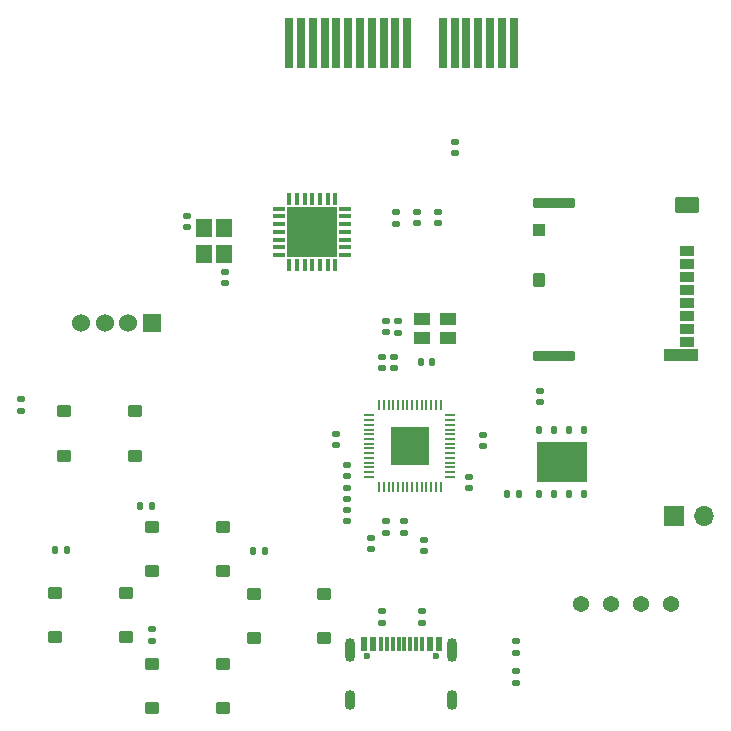
<source format=gbr>
%TF.GenerationSoftware,KiCad,Pcbnew,9.0.0*%
%TF.CreationDate,2025-07-19T13:55:26-04:00*%
%TF.ProjectId,status,73746174-7573-42e6-9b69-6361645f7063,rev?*%
%TF.SameCoordinates,Original*%
%TF.FileFunction,Soldermask,Top*%
%TF.FilePolarity,Negative*%
%FSLAX46Y46*%
G04 Gerber Fmt 4.6, Leading zero omitted, Abs format (unit mm)*
G04 Created by KiCad (PCBNEW 9.0.0) date 2025-07-19 13:55:26*
%MOMM*%
%LPD*%
G01*
G04 APERTURE LIST*
G04 Aperture macros list*
%AMRoundRect*
0 Rectangle with rounded corners*
0 $1 Rounding radius*
0 $2 $3 $4 $5 $6 $7 $8 $9 X,Y pos of 4 corners*
0 Add a 4 corners polygon primitive as box body*
4,1,4,$2,$3,$4,$5,$6,$7,$8,$9,$2,$3,0*
0 Add four circle primitives for the rounded corners*
1,1,$1+$1,$2,$3*
1,1,$1+$1,$4,$5*
1,1,$1+$1,$6,$7*
1,1,$1+$1,$8,$9*
0 Add four rect primitives between the rounded corners*
20,1,$1+$1,$2,$3,$4,$5,0*
20,1,$1+$1,$4,$5,$6,$7,0*
20,1,$1+$1,$6,$7,$8,$9,0*
20,1,$1+$1,$8,$9,$2,$3,0*%
G04 Aperture macros list end*
%ADD10R,1.016000X0.304800*%
%ADD11R,0.304800X1.016000*%
%ADD12R,4.191000X4.191000*%
%ADD13O,0.900000X1.700000*%
%ADD14O,0.900000X2.000000*%
%ADD15R,0.600000X1.160000*%
%ADD16R,0.300000X1.160000*%
%ADD17C,0.600000*%
%ADD18RoundRect,0.102000X-0.500000X-0.375000X0.500000X-0.375000X0.500000X0.375000X-0.500000X0.375000X0*%
%ADD19R,3.200000X3.200000*%
%ADD20RoundRect,0.050000X0.050000X0.387500X-0.050000X0.387500X-0.050000X-0.387500X0.050000X-0.387500X0*%
%ADD21RoundRect,0.050000X0.387500X0.050000X-0.387500X0.050000X-0.387500X-0.050000X0.387500X-0.050000X0*%
%ADD22R,4.300000X3.400000*%
%ADD23RoundRect,0.125000X0.125000X-0.250000X0.125000X0.250000X-0.125000X0.250000X-0.125000X-0.250000X0*%
%ADD24RoundRect,0.140000X0.170000X-0.140000X0.170000X0.140000X-0.170000X0.140000X-0.170000X-0.140000X0*%
%ADD25RoundRect,0.135000X-0.185000X0.135000X-0.185000X-0.135000X0.185000X-0.135000X0.185000X0.135000X0*%
%ADD26RoundRect,0.135000X0.185000X-0.135000X0.185000X0.135000X-0.185000X0.135000X-0.185000X-0.135000X0*%
%ADD27RoundRect,0.135000X-0.135000X-0.185000X0.135000X-0.185000X0.135000X0.185000X-0.135000X0.185000X0*%
%ADD28RoundRect,0.140000X-0.170000X0.140000X-0.170000X-0.140000X0.170000X-0.140000X0.170000X0.140000X0*%
%ADD29RoundRect,0.147500X-0.172500X0.147500X-0.172500X-0.147500X0.172500X-0.147500X0.172500X0.147500X0*%
%ADD30C,1.371600*%
%ADD31R,1.524000X1.524000*%
%ADD32C,1.524000*%
%ADD33R,1.400000X1.100000*%
%ADD34R,1.700000X1.700000*%
%ADD35O,1.700000X1.700000*%
%ADD36RoundRect,0.102000X0.600000X0.700000X-0.600000X0.700000X-0.600000X-0.700000X0.600000X-0.700000X0*%
%ADD37RoundRect,0.135000X0.135000X0.185000X-0.135000X0.185000X-0.135000X-0.185000X0.135000X-0.185000X0*%
%ADD38RoundRect,0.076200X-0.550000X0.350000X-0.550000X-0.350000X0.550000X-0.350000X0.550000X0.350000X0*%
%ADD39RoundRect,0.076200X-0.465000X0.450000X-0.465000X-0.450000X0.465000X-0.450000X0.465000X0.450000X0*%
%ADD40RoundRect,0.076200X-0.390000X0.525000X-0.390000X-0.525000X0.390000X-0.525000X0.390000X0.525000X0*%
%ADD41RoundRect,0.076200X-0.915000X0.570000X-0.915000X-0.570000X0.915000X-0.570000X0.915000X0.570000X0*%
%ADD42RoundRect,0.076200X-1.400000X0.430000X-1.400000X-0.430000X1.400000X-0.430000X1.400000X0.430000X0*%
%ADD43RoundRect,0.076200X-1.665000X0.350000X-1.665000X-0.350000X1.665000X-0.350000X1.665000X0.350000X0*%
%ADD44RoundRect,0.140000X-0.140000X-0.170000X0.140000X-0.170000X0.140000X0.170000X-0.140000X0.170000X0*%
%ADD45R,0.700000X4.300000*%
G04 APERTURE END LIST*
D10*
%TO.C,U3*%
X141674000Y-82114001D03*
X141674000Y-81464000D03*
X141674000Y-80813999D03*
X141674000Y-80164000D03*
X141674000Y-79514001D03*
X141674000Y-78864000D03*
X141674000Y-78214001D03*
D11*
X140830001Y-77370000D03*
X140180000Y-77370000D03*
X139530001Y-77370000D03*
X138880000Y-77370000D03*
X138230001Y-77370000D03*
X137580000Y-77370000D03*
X136930001Y-77370000D03*
D10*
X136086000Y-78213999D03*
X136086000Y-78864000D03*
X136086000Y-79513999D03*
X136086000Y-80164000D03*
X136086000Y-80813999D03*
X136086000Y-81464000D03*
X136086000Y-82113999D03*
D11*
X136929999Y-82958000D03*
X137580000Y-82958000D03*
X138229999Y-82958000D03*
X138880000Y-82958000D03*
X139529999Y-82958000D03*
X140180000Y-82958000D03*
X140829999Y-82958000D03*
D12*
X138880000Y-80164000D03*
%TD*%
D13*
%TO.C,J6*%
X150740000Y-119780000D03*
D14*
X150740000Y-115610000D03*
D13*
X142100000Y-119780000D03*
D14*
X142100000Y-115610000D03*
D15*
X143220000Y-115030000D03*
X144020000Y-115030000D03*
D16*
X144670000Y-115030000D03*
X145670000Y-115030000D03*
X147170000Y-115030000D03*
X148170000Y-115030000D03*
D15*
X148820000Y-115030000D03*
X149620000Y-115030000D03*
X149620000Y-115030000D03*
X148820000Y-115030000D03*
D16*
X147670000Y-115030000D03*
X146670000Y-115030000D03*
X146170000Y-115030000D03*
X145170000Y-115030000D03*
D15*
X144020000Y-115030000D03*
X143220000Y-115030000D03*
D17*
X149310000Y-116090000D03*
X143530000Y-116090000D03*
%TD*%
D18*
%TO.C,S7*%
X123070000Y-114505000D03*
X117070000Y-114505000D03*
X123070000Y-110755000D03*
X117070000Y-110755000D03*
%TD*%
%TO.C,S8*%
X131300000Y-108875000D03*
X125300000Y-108875000D03*
X131300000Y-105125000D03*
X125300000Y-105125000D03*
%TD*%
%TO.C,S9*%
X131300000Y-120475000D03*
X125300000Y-120475000D03*
X131300000Y-116725000D03*
X125300000Y-116725000D03*
%TD*%
%TO.C,S10*%
X139900000Y-114575000D03*
X133900000Y-114575000D03*
X139900000Y-110825000D03*
X133900000Y-110825000D03*
%TD*%
%TO.C,S11*%
X123870000Y-99105000D03*
X117870000Y-99105000D03*
X123870000Y-95355000D03*
X117870000Y-95355000D03*
%TD*%
D19*
%TO.C,U2*%
X147130000Y-98302500D03*
D20*
X149730000Y-101740000D03*
X149330000Y-101740000D03*
X148930000Y-101740000D03*
X148530000Y-101740000D03*
X148130000Y-101740000D03*
X147730000Y-101740000D03*
X147330000Y-101740000D03*
X146930000Y-101740000D03*
X146530000Y-101740000D03*
X146130000Y-101740000D03*
X145730000Y-101740000D03*
X145330000Y-101740000D03*
X144930000Y-101740000D03*
X144530000Y-101740000D03*
D21*
X143692500Y-100902500D03*
X143692500Y-100502500D03*
X143692500Y-100102500D03*
X143692500Y-99702500D03*
X143692500Y-99302500D03*
X143692500Y-98902500D03*
X143692500Y-98502500D03*
X143692500Y-98102500D03*
X143692500Y-97702500D03*
X143692500Y-97302500D03*
X143692500Y-96902500D03*
X143692500Y-96502500D03*
X143692500Y-96102500D03*
X143692500Y-95702500D03*
D20*
X144530000Y-94865000D03*
X144930000Y-94865000D03*
X145330000Y-94865000D03*
X145730000Y-94865000D03*
X146130000Y-94865000D03*
X146530000Y-94865000D03*
X146930000Y-94865000D03*
X147330000Y-94865000D03*
X147730000Y-94865000D03*
X148130000Y-94865000D03*
X148530000Y-94865000D03*
X148930000Y-94865000D03*
X149330000Y-94865000D03*
X149730000Y-94865000D03*
D21*
X150567500Y-95702500D03*
X150567500Y-96102500D03*
X150567500Y-96502500D03*
X150567500Y-96902500D03*
X150567500Y-97302500D03*
X150567500Y-97702500D03*
X150567500Y-98102500D03*
X150567500Y-98502500D03*
X150567500Y-98902500D03*
X150567500Y-99302500D03*
X150567500Y-99702500D03*
X150567500Y-100102500D03*
X150567500Y-100502500D03*
X150567500Y-100902500D03*
%TD*%
D22*
%TO.C,U4*%
X159975449Y-99656000D03*
D23*
X158070449Y-96956000D03*
X159340449Y-96956000D03*
X160610449Y-96956000D03*
X161880449Y-96956000D03*
X161880449Y-102356000D03*
X160610449Y-102356000D03*
X159340449Y-102356000D03*
X158070449Y-102356000D03*
%TD*%
D24*
%TO.C,C15*%
X153350000Y-98300000D03*
X153350000Y-97340000D03*
%TD*%
%TO.C,C7*%
X152146000Y-101876800D03*
X152146000Y-100916800D03*
%TD*%
D25*
%TO.C,R13*%
X145923000Y-78486000D03*
X145923000Y-79506000D03*
%TD*%
D26*
%TO.C,R8*%
X125300000Y-114810000D03*
X125300000Y-113790000D03*
%TD*%
D27*
%TO.C,R7*%
X117080000Y-107080000D03*
X118100000Y-107080000D03*
%TD*%
D28*
%TO.C,C5*%
X147713700Y-78496000D03*
X147713700Y-79456000D03*
%TD*%
D24*
%TO.C,C12*%
X141846600Y-102775600D03*
X141846600Y-101815600D03*
%TD*%
D28*
%TO.C,C10*%
X144805400Y-90756800D03*
X144805400Y-91716800D03*
%TD*%
D26*
%TO.C,R3*%
X146125000Y-88710000D03*
X146125000Y-87690000D03*
%TD*%
D24*
%TO.C,C22*%
X131500000Y-84530000D03*
X131500000Y-83570000D03*
%TD*%
D29*
%TO.C,D1*%
X156100000Y-114840000D03*
X156100000Y-115810000D03*
%TD*%
D24*
%TO.C,C9*%
X143800000Y-107030000D03*
X143800000Y-106070000D03*
%TD*%
D28*
%TO.C,C14*%
X141833600Y-99900800D03*
X141833600Y-100860800D03*
%TD*%
D25*
%TO.C,R14*%
X156100000Y-117340000D03*
X156100000Y-118360000D03*
%TD*%
D30*
%TO.C,J2*%
X161590000Y-111710500D03*
X164130000Y-111710500D03*
X166670000Y-111710500D03*
X169210000Y-111710500D03*
%TD*%
D26*
%TO.C,R15*%
X114225000Y-95320000D03*
X114225000Y-94300000D03*
%TD*%
D27*
%TO.C,R9*%
X133870000Y-107180000D03*
X134890000Y-107180000D03*
%TD*%
D31*
%TO.C,J3*%
X125290000Y-87870000D03*
D32*
X123290000Y-87870000D03*
X121290000Y-87870000D03*
X119290000Y-87870000D03*
%TD*%
D33*
%TO.C,X1*%
X148150400Y-89133701D03*
X150350400Y-89133701D03*
X150350400Y-87533699D03*
X148150400Y-87533699D03*
%TD*%
D28*
%TO.C,C4*%
X149504400Y-78496000D03*
X149504400Y-79456000D03*
%TD*%
D34*
%TO.C,J7*%
X169490000Y-104225000D03*
D35*
X172030000Y-104225000D03*
%TD*%
D25*
%TO.C,R5*%
X145150000Y-104646000D03*
X145150000Y-105666000D03*
%TD*%
D28*
%TO.C,C18*%
X145150000Y-87720000D03*
X145150000Y-88680000D03*
%TD*%
%TO.C,C6*%
X128250000Y-78795000D03*
X128250000Y-79755000D03*
%TD*%
%TO.C,C17*%
X158115000Y-93627000D03*
X158115000Y-94587000D03*
%TD*%
D24*
%TO.C,C13*%
X141850000Y-104680000D03*
X141850000Y-103720000D03*
%TD*%
D36*
%TO.C,Y1*%
X131400000Y-82075000D03*
X131400000Y-79875000D03*
X129700000Y-79875000D03*
X129700000Y-82075000D03*
%TD*%
D28*
%TO.C,C20*%
X145821400Y-90756800D03*
X145821400Y-91716800D03*
%TD*%
D25*
%TO.C,R4*%
X146600000Y-104646000D03*
X146600000Y-105666000D03*
%TD*%
D37*
%TO.C,R10*%
X125310000Y-103400000D03*
X124290000Y-103400000D03*
%TD*%
D25*
%TO.C,R11*%
X144780000Y-112266000D03*
X144780000Y-113286000D03*
%TD*%
D38*
%TO.C,J4*%
X170570000Y-81790000D03*
X170570000Y-82890000D03*
X170570000Y-83990000D03*
X170570000Y-85090000D03*
X170570000Y-86190000D03*
X170570000Y-87290000D03*
X170570000Y-88390000D03*
X170570000Y-89490000D03*
D39*
X158105000Y-80000000D03*
D40*
X158030000Y-84265000D03*
D41*
X170555000Y-77910000D03*
D42*
X170070000Y-90570000D03*
D43*
X159305000Y-77690000D03*
X159305000Y-90650000D03*
%TD*%
D37*
%TO.C,R6*%
X156339000Y-102362000D03*
X155319000Y-102362000D03*
%TD*%
D25*
%TO.C,R12*%
X148160000Y-112266000D03*
X148160000Y-113286000D03*
%TD*%
D44*
%TO.C,C23*%
X148084600Y-91160600D03*
X149044600Y-91160600D03*
%TD*%
D24*
%TO.C,C8*%
X148350000Y-107180000D03*
X148350000Y-106220000D03*
%TD*%
%TO.C,C16*%
X140919200Y-98244600D03*
X140919200Y-97284600D03*
%TD*%
%TO.C,C3*%
X150926800Y-73530400D03*
X150926800Y-72570400D03*
%TD*%
D45*
%TO.C,J1*%
X136913000Y-64138595D03*
X137913000Y-64138595D03*
X138913000Y-64138595D03*
X139913000Y-64138595D03*
X140913000Y-64138595D03*
X141913000Y-64138595D03*
X142913000Y-64138595D03*
X143913000Y-64138595D03*
X144913000Y-64138595D03*
X145913000Y-64138595D03*
X146913000Y-64138595D03*
X149913000Y-64138595D03*
X150913000Y-64138595D03*
X151913000Y-64138595D03*
X152913000Y-64138595D03*
X153913000Y-64138595D03*
X154913000Y-64138595D03*
X155913000Y-64138595D03*
%TD*%
M02*

</source>
